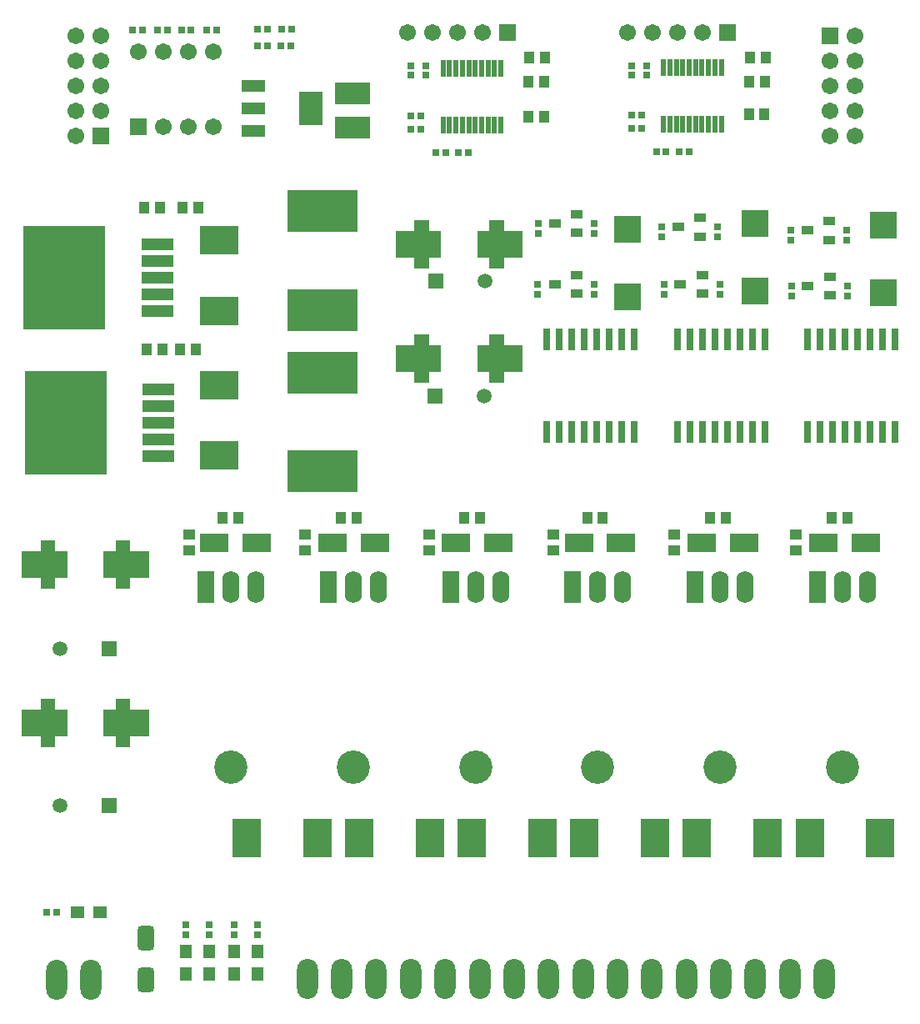
<source format=gts>
G04*
G04 #@! TF.GenerationSoftware,Altium Limited,Altium Designer,20.0.13 (296)*
G04*
G04 Layer_Color=8388736*
%FSLAX44Y44*%
%MOMM*%
G71*
G01*
G75*
%ADD41R,0.6132X1.7632*%
%ADD42R,1.0032X1.2032*%
%ADD43R,0.8032X0.7032*%
%ADD44R,0.7032X0.8032*%
G04:AMPARAMS|DCode=45|XSize=2.5332mm|YSize=1.7532mm|CornerRadius=0.4891mm|HoleSize=0mm|Usage=FLASHONLY|Rotation=270.000|XOffset=0mm|YOffset=0mm|HoleType=Round|Shape=RoundedRectangle|*
%AMROUNDEDRECTD45*
21,1,2.5332,0.7750,0,0,270.0*
21,1,1.5550,1.7532,0,0,270.0*
1,1,0.9782,-0.3875,-0.7775*
1,1,0.9782,-0.3875,0.7775*
1,1,0.9782,0.3875,0.7775*
1,1,0.9782,0.3875,-0.7775*
%
%ADD45ROUNDEDRECTD45*%
%ADD46R,2.8532X1.9532*%
%ADD47R,1.2032X1.0032*%
%ADD48R,2.9972X4.0132*%
%ADD49R,1.2200X0.9200*%
%ADD50R,3.6200X2.2700*%
%ADD51R,1.2200X1.3700*%
%ADD52R,1.3700X1.2200*%
%ADD53R,2.7032X2.8032*%
%ADD54R,4.0132X2.9972*%
%ADD55R,7.2032X4.2032*%
%ADD56R,3.3200X1.1700*%
%ADD57R,8.4200X10.5700*%
%ADD58R,0.7366X2.1844*%
%ADD59R,2.3532X3.4532*%
%ADD60R,2.3532X1.1532*%
%ADD61O,2.1336X4.0640*%
%ADD62R,1.7032X1.7032*%
%ADD63C,1.7032*%
%ADD64R,1.7032X1.7032*%
%ADD65O,1.7272X3.2512*%
%ADD66R,1.7272X3.2512*%
%ADD67C,3.3782*%
%ADD68C,1.5200*%
%ADD69R,1.5200X1.5200*%
G36*
X38750Y326000D02*
X19750D01*
Y353000D01*
X38750D01*
Y364000D01*
X53750D01*
Y353000D01*
X65750D01*
Y326000D01*
X53750D01*
Y315000D01*
X38750D01*
Y326000D01*
D02*
G37*
G36*
X114750D02*
X102750D01*
Y353000D01*
X114750D01*
Y364000D01*
X129750D01*
Y353000D01*
X148750D01*
Y326000D01*
X129750D01*
Y315000D01*
X114750D01*
Y326000D01*
D02*
G37*
G36*
X38750Y487250D02*
X19750D01*
Y514250D01*
X38750D01*
Y525250D01*
X53750D01*
Y514250D01*
X65750D01*
Y487250D01*
X53750D01*
Y476250D01*
X38750D01*
Y487250D01*
D02*
G37*
G36*
X114750D02*
X102750D01*
Y514250D01*
X114750D01*
Y525250D01*
X129750D01*
Y514250D01*
X148750D01*
Y487250D01*
X129750D01*
Y476250D01*
X114750D01*
Y487250D01*
D02*
G37*
G36*
X433500Y723500D02*
X445500D01*
Y696500D01*
X433500D01*
Y685500D01*
X418500D01*
Y696500D01*
X399500D01*
Y723500D01*
X418500D01*
Y734500D01*
X433500D01*
Y723500D01*
D02*
G37*
G36*
X509500D02*
X528500D01*
Y696500D01*
X509500D01*
Y685500D01*
X494500D01*
Y696500D01*
X482500D01*
Y723500D01*
X494500D01*
Y734500D01*
X509500D01*
Y723500D01*
D02*
G37*
G36*
X433500Y839000D02*
X445500D01*
Y812000D01*
X433500D01*
Y801000D01*
X418500D01*
Y812000D01*
X399500D01*
Y839000D01*
X418500D01*
Y850000D01*
X433500D01*
Y839000D01*
D02*
G37*
G36*
X509500D02*
X528500D01*
Y812000D01*
X509500D01*
Y801000D01*
X494500D01*
Y812000D01*
X482500D01*
Y839000D01*
X494500D01*
Y850000D01*
X509500D01*
Y839000D01*
D02*
G37*
D41*
X671800Y947450D02*
D03*
X678300D02*
D03*
X684800D02*
D03*
X691300D02*
D03*
X697800D02*
D03*
X704300D02*
D03*
X710800D02*
D03*
X717300D02*
D03*
X723800D02*
D03*
X730300D02*
D03*
Y1005050D02*
D03*
X723800D02*
D03*
X717300D02*
D03*
X710800D02*
D03*
X704300D02*
D03*
X697800D02*
D03*
X691300D02*
D03*
X684800D02*
D03*
X678300D02*
D03*
X671800D02*
D03*
X447750Y946700D02*
D03*
X454250D02*
D03*
X460750D02*
D03*
X467250D02*
D03*
X473750D02*
D03*
X480250D02*
D03*
X486750D02*
D03*
X493250D02*
D03*
X499750D02*
D03*
X506250D02*
D03*
Y1004300D02*
D03*
X499750D02*
D03*
X493250D02*
D03*
X486750D02*
D03*
X480250D02*
D03*
X473750D02*
D03*
X467250D02*
D03*
X460750D02*
D03*
X454250D02*
D03*
X447750D02*
D03*
D42*
X774300Y957500D02*
D03*
X758300D02*
D03*
X774675Y991125D02*
D03*
X758675D02*
D03*
X759500Y1015500D02*
D03*
X775500D02*
D03*
X550250Y955250D02*
D03*
X534250D02*
D03*
X550250Y990750D02*
D03*
X534250D02*
D03*
X535000Y1015500D02*
D03*
X551000D02*
D03*
X160000Y863250D02*
D03*
X144000D02*
D03*
X183000D02*
D03*
X199000D02*
D03*
X180500Y719250D02*
D03*
X196500D02*
D03*
X162250Y719000D02*
D03*
X146250D02*
D03*
X239500Y548250D02*
D03*
X223500D02*
D03*
X360000Y548200D02*
D03*
X344000D02*
D03*
X485000D02*
D03*
X469000D02*
D03*
X610000D02*
D03*
X594000D02*
D03*
X735000D02*
D03*
X719000D02*
D03*
X858500D02*
D03*
X842500D02*
D03*
D43*
X654225Y1007250D02*
D03*
Y997250D02*
D03*
X639300Y997250D02*
D03*
Y1007250D02*
D03*
X430258Y1007250D02*
D03*
Y997250D02*
D03*
X415000Y997250D02*
D03*
Y1007250D02*
D03*
X186670Y134750D02*
D03*
Y124750D02*
D03*
X235250Y135000D02*
D03*
Y125000D02*
D03*
X210000Y134750D02*
D03*
Y124750D02*
D03*
X259250Y134750D02*
D03*
Y124750D02*
D03*
X544500Y836750D02*
D03*
Y846750D02*
D03*
X601262Y836750D02*
D03*
Y846750D02*
D03*
X601000Y775000D02*
D03*
Y785000D02*
D03*
X544000Y775000D02*
D03*
Y785000D02*
D03*
X726762Y833250D02*
D03*
Y843250D02*
D03*
X670000Y833250D02*
D03*
Y843250D02*
D03*
X729250Y775000D02*
D03*
Y785000D02*
D03*
X672250Y775000D02*
D03*
Y785000D02*
D03*
X858012Y829750D02*
D03*
Y839750D02*
D03*
X858750Y773500D02*
D03*
Y783500D02*
D03*
X801250Y829750D02*
D03*
Y839750D02*
D03*
X801750Y773500D02*
D03*
Y783500D02*
D03*
D44*
X639050Y943000D02*
D03*
X649050D02*
D03*
X674300Y920000D02*
D03*
X664300D02*
D03*
X687550D02*
D03*
X697550D02*
D03*
X649050Y957000D02*
D03*
X639050D02*
D03*
X415000Y942250D02*
D03*
X425000D02*
D03*
X463250Y919250D02*
D03*
X473250D02*
D03*
X450250D02*
D03*
X440250D02*
D03*
X425000Y956250D02*
D03*
X415000D02*
D03*
X45250Y147500D02*
D03*
X55250D02*
D03*
X283403Y1043750D02*
D03*
X293403D02*
D03*
X259250D02*
D03*
X269250D02*
D03*
X269250Y1027500D02*
D03*
X259250D02*
D03*
X293151D02*
D03*
X283151D02*
D03*
X167250Y1043000D02*
D03*
X157250D02*
D03*
X142000D02*
D03*
X132000D02*
D03*
X207250D02*
D03*
X217250D02*
D03*
X181750D02*
D03*
X191750D02*
D03*
D45*
X145250Y78650D02*
D03*
Y121350D02*
D03*
D46*
X628500Y522450D02*
D03*
X585500D02*
D03*
X753500D02*
D03*
X710500D02*
D03*
X877000D02*
D03*
X834000D02*
D03*
X503500D02*
D03*
X460500D02*
D03*
X378500D02*
D03*
X335500D02*
D03*
X258000D02*
D03*
X215000D02*
D03*
D47*
X805750Y515000D02*
D03*
Y531000D02*
D03*
X559750Y515000D02*
D03*
Y531000D02*
D03*
X433500Y515000D02*
D03*
Y531000D02*
D03*
X307250Y515000D02*
D03*
Y531000D02*
D03*
X189500Y515000D02*
D03*
Y531000D02*
D03*
X682500D02*
D03*
Y515000D02*
D03*
D48*
X891435Y222750D02*
D03*
X820065D02*
D03*
X777085D02*
D03*
X705715D02*
D03*
X662735D02*
D03*
X591365D02*
D03*
X548385D02*
D03*
X477015D02*
D03*
X434035D02*
D03*
X362665D02*
D03*
X319685D02*
D03*
X248315D02*
D03*
D49*
X840750Y774000D02*
D03*
Y793000D02*
D03*
X818250Y783500D02*
D03*
X840250Y830250D02*
D03*
Y849250D02*
D03*
X817750Y839750D02*
D03*
X711250Y775500D02*
D03*
Y794500D02*
D03*
X688750Y785000D02*
D03*
X709000Y833750D02*
D03*
Y852750D02*
D03*
X686500Y843250D02*
D03*
X583500Y775500D02*
D03*
Y794500D02*
D03*
X561000Y785000D02*
D03*
X583500Y837250D02*
D03*
Y856250D02*
D03*
X561000Y846750D02*
D03*
D50*
X355500Y944250D02*
D03*
Y979250D02*
D03*
D51*
X259500Y84750D02*
D03*
Y107750D02*
D03*
X210000Y84750D02*
D03*
Y107750D02*
D03*
X186670D02*
D03*
Y84750D02*
D03*
X235425Y108000D02*
D03*
Y85000D02*
D03*
D52*
X99000Y147500D02*
D03*
X76000D02*
D03*
D53*
X635250Y840600D02*
D03*
Y772000D02*
D03*
X764500Y846600D02*
D03*
Y778000D02*
D03*
X895000Y845600D02*
D03*
Y777000D02*
D03*
D54*
X220500Y758315D02*
D03*
Y829685D02*
D03*
Y611315D02*
D03*
Y682685D02*
D03*
D55*
X325500Y859250D02*
D03*
Y759250D02*
D03*
Y695250D02*
D03*
Y595250D02*
D03*
D56*
X157250Y757750D02*
D03*
Y774750D02*
D03*
Y791750D02*
D03*
Y808750D02*
D03*
Y825750D02*
D03*
X158750Y610500D02*
D03*
Y627500D02*
D03*
Y644500D02*
D03*
Y661500D02*
D03*
Y678500D02*
D03*
D57*
X62750Y791750D02*
D03*
X64250Y644500D02*
D03*
D58*
X817550Y729480D02*
D03*
X830250D02*
D03*
X842950D02*
D03*
X855650D02*
D03*
X868350D02*
D03*
X881050D02*
D03*
X893750D02*
D03*
X906450D02*
D03*
Y635500D02*
D03*
X893750D02*
D03*
X881050D02*
D03*
X868350D02*
D03*
X855650D02*
D03*
X842950D02*
D03*
X830250D02*
D03*
X817550D02*
D03*
X552550D02*
D03*
X565250D02*
D03*
X577950D02*
D03*
X590650D02*
D03*
X603350D02*
D03*
X616050D02*
D03*
X628750D02*
D03*
X641450D02*
D03*
Y729480D02*
D03*
X628750D02*
D03*
X616050D02*
D03*
X603350D02*
D03*
X590650D02*
D03*
X577950D02*
D03*
X565250D02*
D03*
X552550D02*
D03*
X686050Y635500D02*
D03*
X698750D02*
D03*
X711450D02*
D03*
X724150D02*
D03*
X736850D02*
D03*
X749550D02*
D03*
X762250D02*
D03*
X774950D02*
D03*
Y729480D02*
D03*
X762250D02*
D03*
X749550D02*
D03*
X736850D02*
D03*
X724150D02*
D03*
X711450D02*
D03*
X698750D02*
D03*
X686050D02*
D03*
D59*
X313000Y964000D02*
D03*
D60*
X255000Y941000D02*
D03*
Y964000D02*
D03*
Y987000D02*
D03*
D61*
X54674Y79174D02*
D03*
X89674D02*
D03*
X309750Y80000D02*
D03*
X344750D02*
D03*
X379750D02*
D03*
X414750D02*
D03*
X449750D02*
D03*
X484750D02*
D03*
X519750D02*
D03*
X554750D02*
D03*
X589750D02*
D03*
X624750D02*
D03*
X659750D02*
D03*
X694750D02*
D03*
X729750D02*
D03*
X764750D02*
D03*
X799750D02*
D03*
X834750D02*
D03*
D62*
X736850Y1040750D02*
D03*
X513300D02*
D03*
D63*
X711450D02*
D03*
X686050D02*
D03*
X660650D02*
D03*
X635250D02*
D03*
X487900D02*
D03*
X462500D02*
D03*
X437100D02*
D03*
X411700D02*
D03*
X74600Y935400D02*
D03*
X100000Y960800D02*
D03*
X74600D02*
D03*
X100000Y986200D02*
D03*
X74600D02*
D03*
X100000Y1011600D02*
D03*
X74600D02*
D03*
Y1037000D02*
D03*
X100000D02*
D03*
X214350Y1021100D02*
D03*
X188950D02*
D03*
X163550D02*
D03*
X138150D02*
D03*
X214350Y944900D02*
D03*
X188950D02*
D03*
X163550D02*
D03*
X866400Y960800D02*
D03*
X841000D02*
D03*
X866400Y1037000D02*
D03*
X841000Y1011600D02*
D03*
X866400D02*
D03*
X841000Y986200D02*
D03*
X866400D02*
D03*
X841000Y935400D02*
D03*
X866400D02*
D03*
D64*
X100000D02*
D03*
X138150Y944900D02*
D03*
X841000Y1037000D02*
D03*
D65*
X257650Y477750D02*
D03*
X232250D02*
D03*
X381850D02*
D03*
X356450D02*
D03*
X506050D02*
D03*
X480650D02*
D03*
X630250D02*
D03*
X604850D02*
D03*
X754450D02*
D03*
X729050D02*
D03*
X878650D02*
D03*
X853250D02*
D03*
D66*
X206850D02*
D03*
X331050D02*
D03*
X455250D02*
D03*
X579450D02*
D03*
X703650D02*
D03*
X827850D02*
D03*
D67*
X232250Y295250D02*
D03*
X356450D02*
D03*
X480650D02*
D03*
X604850D02*
D03*
X729050D02*
D03*
X853250D02*
D03*
D68*
X490250Y788250D02*
D03*
X489500Y671750D02*
D03*
X58750Y255750D02*
D03*
Y415000D02*
D03*
D69*
X440250Y788250D02*
D03*
X439500Y671750D02*
D03*
X108750Y255750D02*
D03*
Y415000D02*
D03*
M02*

</source>
